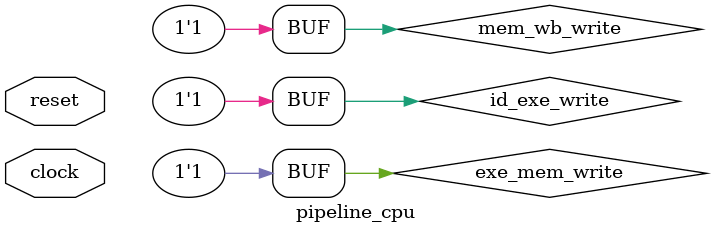
<source format=v>
module pipeline_cpu(clock,reset);

//输入端口
input clock;
input reset;

//if阶段
wire [31:0] pc;
reg [31:0]npc;//下条指令地址，
//实例化pc模块
pc PC(pc,clock,reset,npc);

reg [31:0] ins_memory[1023:0]; //4k指令存储器
wire [31:0] instruction;
//实例化im模块，
im IM(instruction,pc);

//实例化第一级流水线寄存器
wire [31:0] npc_out1;
wire [31:0] instruction_out;
wire if_id_write;
wire pc_write;
wire id_exe_flush;

if_id IF_ID(
			 npc,
			 npc_out1,
			 instruction,
			 instruction_out,
			 
			 clock,
			 reset,
			 if_id_write//if_id级流水线寄存器写使能信号
		     );

//id阶段			 
//产生控制信号
wire reg_write;//寄存器写控制信号
wire [3:0]aluop;
wire s_ext;
wire s_b;
wire s_numwrite;
wire mem_write;
wire [1:0] s_data_write;//控制写入寄存器的数据来源：0来自alu的结果输出，1来自存储器的数据读出端口

wire reg_write_out1;
wire reg_write_out2;
wire reg_write_out3;
/*
assign reg_write = 0;
assign aluop = 4'b0000;
assign s_ext = 0;
assign s_b = 0;
assign s_numwrite = 0;
assign s_data_write = 0;
*/
ctrl CTRL(reg_write,aluop,s_ext,s_b,s_numwrite,mem_write,s_data_write,instruction_out[31:26],instruction_out[5:0]);

wire [31:0]a;
wire [31:0]b;
wire [31:0]res;//alu的运算输出，
reg [31:0] gp_registers[31:0];  //32个寄存器

//实例化立即数拓展模块
wire [31:0] ext_imm;//立即数拓展模块的输出
extend EXTEND(s_ext,instruction_out[15:0],ext_imm);

//实例化GPR模块，注意写入数据的来源：加入二选一多路选择器
reg [4:0] num_write;
reg [31:0] c;
//选择num_write
always@(*)
begin
	case(s_numwrite)
	1://R型指令
	num_write = instruction_out[15:11];
	0://I型指令
	num_write = instruction_out[20:16];
	endcase
end
wire [4:0] num_write_out3;
gpr GPR(a,b,clock,reg_write_out3,num_write_out3,instruction_out[25:21],instruction_out[20:16],c);

//实例化第二级流水线寄存器
wire [31:0] npc_out2;
wire [31:0] a_out;
wire [31:0] b_out;
wire [31:0] ext_imm_out;
wire [4:0] num_write_out;
wire [1:0] s_data_write_out;
wire s_b_out;
wire [3:0] aluop_out;
wire mem_write_out;
wire id_exe_write;
wire [31:0] instruction_out2;
assign id_exe_write = 1;		
id_exe ID_EXE(
			 //传输的数据
			 npc_out1,
			 npc_out2,
			 a,
			 a_out,
			 b,
			 b_out,
			 ext_imm,
			 ext_imm_out,
			 num_write,
			 num_write_out,
			 //传输的控制信号
			 s_data_write,
			 s_data_write_out,
			 s_b,
			 s_b_out,
			 aluop,
			 aluop_out,
			 mem_write,
			 mem_write_out,
			 reg_write,
			 reg_write_out1,
			 instruction_out,
			 instruction_out2,
			 clock,
			 reset,//同步低电平有效
			 id_exe_write,//id_exe级流水线寄存器写使能信号
			 id_exe_flush
			 );
	 
//exe阶段
//实例化ALU模块，根据s_b信号选择第二个数据来源
reg [31:0] data1;
reg [31:0] data2;//ALU的第二个操作数
reg [31:0] data3;
always@(*)
begin
	case(s_b_out)
	0://R型指令
	data2 = data3;
	1://I型指令以及MEM指令
	data2 = ext_imm_out;
	endcase
end
alu ALU(res,data1,data2,aluop_out);	

//实例化第三级流水线寄存器
wire [31:0] npc_out3;
wire [31:0] res_out;
wire [31:0] b_out2;
wire [4:0] num_write_out2;
wire mem_write_out2;
wire [1:0] s_data_write_out2;
wire exe_mem_write;
wire [31:0] instruction_out3;
assign exe_mem_write = 1;
exe_mem EXE_MEM(
			   //数据传送
			   npc_out2,
			   npc_out3,
			   res,
			   res_out,
			   b_out,
			   b_out2,
			   num_write_out,
			   num_write_out2,
			   //控制信号传送
			   mem_write_out,
			   mem_write_out2,
			   s_data_write_out,
			   s_data_write_out2,
			   reg_write_out1,
			   reg_write_out2,
			   instruction_out2,
			   instruction_out3,
			   clock,
			   reset,
			   exe_mem_write
			   );		 
//冒险检测模块
check CHECK(
			 pc_write,
			 if_id_write,
			 id_exe_flush,
			 instruction_out2,
			 instruction_out
			 );
			 
//mem阶段
//实例化dm模块
wire [31:0] data_out;//dm模块的数据输出端
reg [31:0] data_memory[1023:0]; //4K数据存储器
//sw指令中写的数据是gpr中的GPR[rt]
dm DM(data_out,clock,mem_write_out2,res_out,b_out2); 
//实例化第四级流水线寄存器
wire [31:0] npc_out4;
wire [31:0] res_out2;
wire [31:0] mem_data_out_out;

wire [1:0] s_data_write_out3;
wire mem_wb_write;
assign mem_wb_write = 1;
wire [31:0] instruction_out4;
mem_wb MEM_WB(
			  //传输数据
			  npc_out3,
			  npc_out4,
			  res_out,
			  res_out2,
			  data_out,
			  mem_data_out_out,
			  num_write_out2,
			  num_write_out3,
			  //传输控制信号
			  s_data_write_out2,
			  s_data_write_out3,
			  reg_write_out2,
			  reg_write_out3,
			  instruction_out3,
			  instruction_out4,
			  clock,
			  reset,
			  mem_wb_write
			  );

//产生s_forwardA、s_forwardB信号
reg [1:0] s_forwardA;
reg [1:0] s_fA;
always@(*)

begin
//二级冒险
if(instruction_out4[31:26] == 6'b000000 && instruction_out4[31:26] != 101011)
begin
	if(instruction_out4[15:11] == instruction_out2[25:21])
		s_forwardA = 1;
	else
		s_forwardA = 2;
end
else if(instruction_out4[31:26] != 6'b000000 && instruction_out4[31:26] != 101011)
begin
	if(instruction_out4[20:16] == instruction_out2[25:21])
		s_forwardA = 1;
	else
		s_forwardA = 2;
end
//一级冒险
if(instruction_out3[31:26] == 6'b000000 && instruction_out3[31:26] != 101011)
begin
	if(instruction_out3[15:11] == instruction_out2[25:21])
		s_fA = 0;
	else 
		s_fA = 2;
end
else if(instruction_out3[31:26] != 6'b000000 && instruction_out3[31:26] != 101011)
begin
	if(instruction_out3[20:16] == instruction_out2[25:21])
		s_fA = 0;
	else
		s_fA = 2;
end
if(s_fA == 0)
s_forwardA = s_fA;
end

reg [1:0] s_forwardB;
reg [1:0] s_fB;
always@(*)
begin
//二级冒险
if(instruction_out4[31:26] == 6'b000000 && instruction_out4[31:26] != 101011)
begin
	if(instruction_out4[15:11] == instruction_out2[20:16])
		s_forwardB = 1;
	else
		s_forwardB = 2;
end
else if(instruction_out4[31:26] != 6'b000000 && instruction_out4[31:26] != 101011)
begin
	if(instruction_out4[20:16] == instruction_out2[20:16])
		s_forwardB = 1;
	else
		s_forwardB = 2;
end
//一级冒险
if(instruction_out3[31:26] == 6'b000000 && instruction_out3[31:26] != 101011)
begin
	if(instruction_out3[15:11] == instruction_out2[20:16])
		s_fB = 0;
	else
		s_fB = 2;
end
else if(instruction_out3[31:26] != 6'b000000 && instruction_out3[31:26] != 101011)
begin
	if(instruction_out3[20:16] == instruction_out2[20:16])
		s_fB = 0;
	else
		s_fB = 2;
end
if(s_fB == 0)
s_forwardB = s_fB;
end


//根据旁路信号选择进入alu的数据来源
always@(*)
begin
	if(s_forwardA == 0)
		data1 = res_out;
	else if(s_forwardA == 1)
		data1 = c;
	else
		data1 = a_out;
end
always@(*)
begin
	if(s_forwardB == 0)
		data3 = res_out;
	else if(s_forwardB == 1)
		data3 = c;
	else
		data3 = b_out;
end
//根据s_data_write_out3选择写进寄存器堆的数据来源
always@(*)
begin
	case(s_data_write_out3)
	0:
	c = res_out2;
	1:
	c = mem_data_out_out;
	 
	endcase
end

//npc逻辑,在pc取到新值发生改变后，npc就要跟着变
always@(*)
begin
if(pc_write)
	npc = pc + 4;
else
	npc = pc;
end
 

endmodule




</source>
